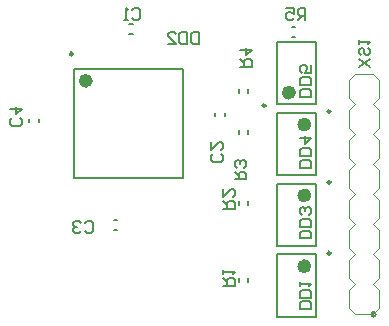
<source format=gbo>
G04 Layer_Color=32896*
%FSLAX25Y25*%
%MOIN*%
G70*
G01*
G75*
%ADD25C,0.00787*%
%ADD36C,0.02362*%
%ADD37C,0.00984*%
%ADD39C,0.00394*%
%ADD40C,0.00591*%
D25*
X141583Y2244D02*
G03*
X141583Y2244I-787J0D01*
G01*
X99016Y13189D02*
Y14370D01*
X95866Y13189D02*
Y14370D01*
X99016Y38780D02*
Y39961D01*
X95866Y38780D02*
Y39961D01*
X99016Y62402D02*
Y63583D01*
X95866Y62402D02*
Y63583D01*
X87992Y68307D02*
Y69488D01*
X91142Y68307D02*
Y69488D01*
X29134Y66339D02*
Y67520D01*
X25984Y66339D02*
Y67520D01*
X54232Y30512D02*
X55413D01*
X54232Y33661D02*
X55413D01*
X59449Y95866D02*
X60630D01*
X59449Y99016D02*
X60630D01*
X113583Y98032D02*
X114764D01*
X113583Y94882D02*
X114764D01*
X95866Y76181D02*
Y77362D01*
X99016Y76181D02*
Y77362D01*
X40945Y84055D02*
X77165D01*
X40945Y47835D02*
X77165D01*
X40945D02*
Y84055D01*
X77165Y47835D02*
Y84055D01*
X121653Y1378D02*
Y22244D01*
X108661Y1378D02*
Y22244D01*
X121653D01*
X108661Y1378D02*
X121653D01*
Y25000D02*
Y45866D01*
X108661Y25000D02*
Y45866D01*
X121653D01*
X108661Y25000D02*
X121653D01*
X108661Y72244D02*
Y93110D01*
X121653Y72244D02*
Y93110D01*
X108661Y72244D02*
X121653D01*
X108661Y93110D02*
X121653D01*
Y48622D02*
Y69488D01*
X108661Y48622D02*
Y69488D01*
X121653D01*
X108661Y48622D02*
X121653D01*
D36*
X46063Y80118D02*
G03*
X46063Y80118I-1181J0D01*
G01*
X118898Y18307D02*
G03*
X118898Y18307I-1181J0D01*
G01*
Y41929D02*
G03*
X118898Y41929I-1181J0D01*
G01*
X113779Y76181D02*
G03*
X113779Y76181I-1181J0D01*
G01*
X118898Y65551D02*
G03*
X118898Y65551I-1181J0D01*
G01*
D37*
X40551Y89075D02*
G03*
X40551Y89075I-492J0D01*
G01*
X126476Y22658D02*
G03*
X126476Y22658I-492J0D01*
G01*
Y46279D02*
G03*
X126476Y46279I-492J0D01*
G01*
X104823Y71831D02*
G03*
X104823Y71831I-492J0D01*
G01*
X126476Y69902D02*
G03*
X126476Y69902I-492J0D01*
G01*
D39*
X142795Y4244D02*
Y7244D01*
Y10244D01*
X140795Y12244D02*
X142795Y10244D01*
X132795Y7244D02*
Y10244D01*
X134795Y12244D01*
X132795Y4244D02*
Y7244D01*
Y4244D02*
X134795Y2244D01*
X140795D02*
X142795Y4244D01*
X140795Y12244D02*
X142795Y14244D01*
X132795D02*
X134795Y12244D01*
X132795Y14244D02*
Y17244D01*
Y20244D02*
X134795Y22244D01*
X132795Y17244D02*
Y20244D01*
X140795Y22244D02*
X142795Y20244D01*
Y17244D02*
Y20244D01*
Y14244D02*
Y17244D01*
X140795Y22244D02*
X142795Y24244D01*
X132795D02*
X134795Y22244D01*
X132795Y24244D02*
Y27244D01*
Y30244D02*
X134795Y32244D01*
X132795Y27244D02*
Y30244D01*
X140795Y32244D02*
X142795Y30244D01*
Y27244D02*
Y30244D01*
Y24244D02*
Y27244D01*
X140795Y32244D02*
X142795Y34244D01*
X132795D02*
X134795Y32244D01*
X132795Y34244D02*
Y37244D01*
Y40244D02*
X134795Y42244D01*
X132795Y37244D02*
Y40244D01*
X140795Y42244D02*
X142795Y40244D01*
Y37244D02*
Y40244D01*
Y34244D02*
Y37244D01*
X140795Y42244D02*
X142795Y44244D01*
X132795D02*
X134795Y42244D01*
X132795Y44244D02*
Y47244D01*
Y50244D02*
X134795Y52244D01*
X132795Y47244D02*
Y50244D01*
X140795Y52244D02*
X142795Y50244D01*
Y47244D02*
Y50244D01*
Y44244D02*
Y47244D01*
X140795Y52244D02*
X142795Y54244D01*
X132795D02*
X134795Y52244D01*
X132795Y54244D02*
Y57244D01*
Y60244D02*
X134795Y62244D01*
X132795Y57244D02*
Y60244D01*
X140795Y62244D02*
X142795Y60244D01*
Y57244D02*
Y60244D01*
Y54244D02*
Y57244D01*
X140795Y62244D02*
X142795Y64244D01*
X132795D02*
X134795Y62244D01*
X132795Y64244D02*
Y67244D01*
Y70244D02*
X134795Y72244D01*
X132795Y67244D02*
Y70244D01*
X140795Y72244D02*
X142795Y70244D01*
Y67244D02*
Y70244D01*
Y64244D02*
Y67244D01*
X140795Y72244D02*
X142795Y74244D01*
X132795D02*
X134795Y72244D01*
X132795Y74244D02*
Y77244D01*
Y80244D02*
X134795Y82244D01*
X132795Y77244D02*
Y80244D01*
X140795Y82244D02*
X142795Y80244D01*
Y77244D02*
Y80244D01*
Y74244D02*
Y77244D01*
X134795Y2244D02*
X140795D01*
X134795Y82244D02*
X140795D01*
D40*
X90551Y11811D02*
X94487D01*
Y13779D01*
X93831Y14435D01*
X92519D01*
X91863Y13779D01*
Y11811D01*
Y13123D02*
X90551Y14435D01*
Y15747D02*
Y17059D01*
Y16403D01*
X94487D01*
X93831Y15747D01*
X90551Y37402D02*
X94487D01*
Y39369D01*
X93831Y40025D01*
X92519D01*
X91863Y39369D01*
Y37402D01*
Y38713D02*
X90551Y40025D01*
Y43961D02*
Y41337D01*
X93175Y43961D01*
X93831D01*
X94487Y43305D01*
Y41993D01*
X93831Y41337D01*
X94488Y47244D02*
X98424D01*
Y49212D01*
X97768Y49868D01*
X96456D01*
X95800Y49212D01*
Y47244D01*
Y48556D02*
X94488Y49868D01*
X97768Y51180D02*
X98424Y51836D01*
Y53148D01*
X97768Y53804D01*
X97112D01*
X96456Y53148D01*
Y52492D01*
Y53148D01*
X95800Y53804D01*
X95144D01*
X94488Y53148D01*
Y51836D01*
X95144Y51180D01*
X89894Y55773D02*
X90550Y55117D01*
Y53806D01*
X89894Y53150D01*
X87270D01*
X86614Y53806D01*
Y55117D01*
X87270Y55773D01*
X86614Y59709D02*
Y57085D01*
X89238Y59709D01*
X89894D01*
X90550Y59053D01*
Y57741D01*
X89894Y57085D01*
X22965Y67585D02*
X23621Y66928D01*
Y65617D01*
X22965Y64961D01*
X20341D01*
X19685Y65617D01*
Y66928D01*
X20341Y67585D01*
X19685Y70864D02*
X23621D01*
X21653Y68896D01*
Y71520D01*
X44620Y32807D02*
X45276Y33463D01*
X46588D01*
X47244Y32807D01*
Y30184D01*
X46588Y29528D01*
X45276D01*
X44620Y30184D01*
X43308Y32807D02*
X42652Y33463D01*
X41341D01*
X40685Y32807D01*
Y32151D01*
X41341Y31495D01*
X41996D01*
X41341D01*
X40685Y30839D01*
Y30184D01*
X41341Y29528D01*
X42652D01*
X43308Y30184D01*
X60368Y103674D02*
X61024Y104329D01*
X62336D01*
X62992Y103674D01*
Y101050D01*
X62336Y100394D01*
X61024D01*
X60368Y101050D01*
X59056Y100394D02*
X57744D01*
X58400D01*
Y104329D01*
X59056Y103674D01*
X139762Y84646D02*
X135827Y87270D01*
X139762D02*
X135827Y84646D01*
X139107Y91205D02*
X139762Y90549D01*
Y89237D01*
X139107Y88581D01*
X138451D01*
X137795Y89237D01*
Y90549D01*
X137139Y91205D01*
X136483D01*
X135827Y90549D01*
Y89237D01*
X136483Y88581D01*
X135827Y92517D02*
Y93829D01*
Y93173D01*
X139762D01*
X139107Y92517D01*
X118110Y100394D02*
Y104329D01*
X116142D01*
X115486Y103674D01*
Y102362D01*
X116142Y101706D01*
X118110D01*
X116798D02*
X115486Y100394D01*
X111551Y104329D02*
X114174D01*
Y102362D01*
X112863Y103017D01*
X112207D01*
X111551Y102362D01*
Y101050D01*
X112207Y100394D01*
X113519D01*
X114174Y101050D01*
X96457Y84646D02*
X100392D01*
Y86614D01*
X99736Y87270D01*
X98425D01*
X97769Y86614D01*
Y84646D01*
Y85958D02*
X96457Y87270D01*
Y90549D02*
X100392D01*
X98425Y88581D01*
Y91205D01*
X82677Y96455D02*
Y92520D01*
X80709D01*
X80053Y93176D01*
Y95799D01*
X80709Y96455D01*
X82677D01*
X78741D02*
Y92520D01*
X76774D01*
X76118Y93176D01*
Y95799D01*
X76774Y96455D01*
X78741D01*
X72182Y92520D02*
X74806D01*
X72182Y95144D01*
Y95799D01*
X72838Y96455D01*
X74150D01*
X74806Y95799D01*
X120078Y3937D02*
X116142D01*
Y5905D01*
X116798Y6561D01*
X119422D01*
X120078Y5905D01*
Y3937D01*
Y7873D02*
X116142D01*
Y9841D01*
X116798Y10497D01*
X119422D01*
X120078Y9841D01*
Y7873D01*
X116142Y11808D02*
Y13120D01*
Y12464D01*
X120078D01*
X119422Y11808D01*
X120078Y27559D02*
X116142D01*
Y29527D01*
X116798Y30183D01*
X119422D01*
X120078Y29527D01*
Y27559D01*
Y31495D02*
X116142D01*
Y33463D01*
X116798Y34119D01*
X119422D01*
X120078Y33463D01*
Y31495D01*
X119422Y35430D02*
X120078Y36086D01*
Y37398D01*
X119422Y38054D01*
X118766D01*
X118110Y37398D01*
Y36742D01*
Y37398D01*
X117454Y38054D01*
X116798D01*
X116142Y37398D01*
Y36086D01*
X116798Y35430D01*
X120078Y74803D02*
X116142D01*
Y76771D01*
X116798Y77427D01*
X119422D01*
X120078Y76771D01*
Y74803D01*
Y78739D02*
X116142D01*
Y80707D01*
X116798Y81363D01*
X119422D01*
X120078Y80707D01*
Y78739D01*
Y85299D02*
Y82675D01*
X118110D01*
X118766Y83987D01*
Y84642D01*
X118110Y85299D01*
X116798D01*
X116142Y84642D01*
Y83331D01*
X116798Y82675D01*
X120078Y51181D02*
X116142D01*
Y53149D01*
X116798Y53805D01*
X119422D01*
X120078Y53149D01*
Y51181D01*
Y55117D02*
X116142D01*
Y57085D01*
X116798Y57741D01*
X119422D01*
X120078Y57085D01*
Y55117D01*
X116142Y61020D02*
X120078D01*
X118110Y59053D01*
Y61676D01*
M02*

</source>
